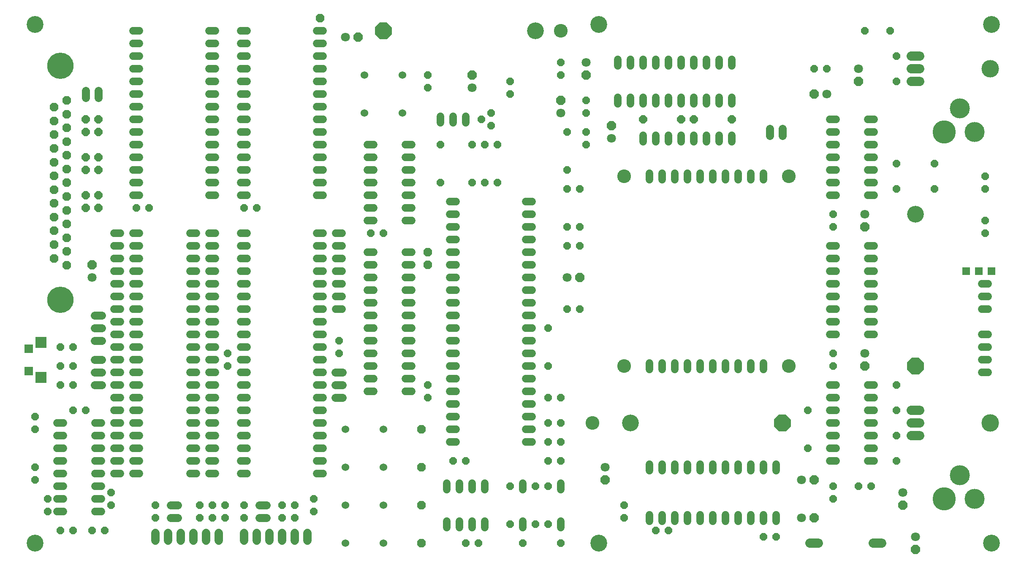
<source format=gts>
G04 EAGLE Gerber RS-274X export*
G75*
%MOMM*%
%FSLAX34Y34*%
%LPD*%
%INSoldermask Top*%
%IPPOS*%
%AMOC8*
5,1,8,0,0,1.08239X$1,22.5*%
G01*
%ADD10C,3.378200*%
%ADD11C,1.879600*%
%ADD12C,3.505200*%
%ADD13P,1.951982X8X292.500000*%
%ADD14C,1.803400*%
%ADD15P,1.649562X8X292.500000*%
%ADD16P,1.649562X8X202.500000*%
%ADD17C,1.524000*%
%ADD18P,1.649562X8X112.500000*%
%ADD19P,1.649562X8X22.500000*%
%ADD20C,2.743200*%
%ADD21C,1.625600*%
%ADD22P,1.759533X8X22.500000*%
%ADD23P,1.759533X8X202.500000*%
%ADD24C,3.352800*%
%ADD25P,3.629037X8X22.500000*%
%ADD26P,3.629037X8X292.500000*%
%ADD27P,1.951982X8X202.500000*%
%ADD28P,1.951982X8X22.500000*%
%ADD29P,1.951982X8X112.500000*%
%ADD30C,1.524000*%
%ADD31C,1.727200*%
%ADD32R,1.727200X1.727200*%
%ADD33R,2.298700X2.298700*%
%ADD34C,4.648200*%
%ADD35C,4.013200*%
%ADD36P,1.869504X8X112.500000*%
%ADD37C,5.283200*%
%ADD38P,3.629037X8X202.500000*%
%ADD39P,1.869504X8X22.500000*%
%ADD40R,1.511200X1.511200*%


D10*
X38100Y1079500D03*
X38100Y38100D03*
X1955800Y1079500D03*
X1955800Y38100D03*
X1168400Y1079500D03*
X1168400Y38100D03*
D11*
X1795018Y1016000D02*
X1811782Y1016000D01*
X1811782Y990600D02*
X1795018Y990600D01*
X1795018Y965200D02*
X1811782Y965200D01*
D12*
X1953260Y990600D03*
D13*
X1689100Y965200D03*
D14*
X1689100Y990600D03*
D15*
X1765300Y1016000D03*
X1765300Y965200D03*
D16*
X1752600Y1066800D03*
X1701800Y1066800D03*
D17*
X1035304Y241300D02*
X1022096Y241300D01*
X1022096Y266700D02*
X1035304Y266700D01*
X1035304Y393700D02*
X1022096Y393700D01*
X1022096Y419100D02*
X1035304Y419100D01*
X1035304Y292100D02*
X1022096Y292100D01*
X1022096Y317500D02*
X1035304Y317500D01*
X1035304Y368300D02*
X1022096Y368300D01*
X1022096Y342900D02*
X1035304Y342900D01*
X1035304Y444500D02*
X1022096Y444500D01*
X1022096Y469900D02*
X1035304Y469900D01*
X1035304Y495300D02*
X1022096Y495300D01*
X1022096Y520700D02*
X1035304Y520700D01*
X1035304Y546100D02*
X1022096Y546100D01*
X1022096Y571500D02*
X1035304Y571500D01*
X1035304Y596900D02*
X1022096Y596900D01*
X1022096Y622300D02*
X1035304Y622300D01*
X1035304Y647700D02*
X1022096Y647700D01*
X1022096Y673100D02*
X1035304Y673100D01*
X1035304Y698500D02*
X1022096Y698500D01*
X1022096Y723900D02*
X1035304Y723900D01*
X882904Y723900D02*
X869696Y723900D01*
X869696Y698500D02*
X882904Y698500D01*
X882904Y673100D02*
X869696Y673100D01*
X869696Y647700D02*
X882904Y647700D01*
X882904Y622300D02*
X869696Y622300D01*
X869696Y596900D02*
X882904Y596900D01*
X882904Y571500D02*
X869696Y571500D01*
X869696Y546100D02*
X882904Y546100D01*
X882904Y520700D02*
X869696Y520700D01*
X869696Y495300D02*
X882904Y495300D01*
X882904Y469900D02*
X869696Y469900D01*
X869696Y444500D02*
X882904Y444500D01*
X882904Y419100D02*
X869696Y419100D01*
X869696Y393700D02*
X882904Y393700D01*
X882904Y368300D02*
X869696Y368300D01*
X869696Y342900D02*
X882904Y342900D01*
X882904Y317500D02*
X869696Y317500D01*
X869696Y292100D02*
X882904Y292100D01*
X882904Y266700D02*
X869696Y266700D01*
X869696Y241300D02*
X882904Y241300D01*
X1270000Y95504D02*
X1270000Y82296D01*
X1295400Y82296D02*
X1295400Y95504D01*
X1320800Y95504D02*
X1320800Y82296D01*
X1346200Y82296D02*
X1346200Y95504D01*
X1371600Y95504D02*
X1371600Y82296D01*
X1397000Y82296D02*
X1397000Y95504D01*
X1422400Y95504D02*
X1422400Y82296D01*
X1447800Y82296D02*
X1447800Y95504D01*
X1473200Y95504D02*
X1473200Y82296D01*
X1498600Y82296D02*
X1498600Y95504D01*
X1524000Y95504D02*
X1524000Y82296D01*
X1524000Y183896D02*
X1524000Y197104D01*
X1498600Y197104D02*
X1498600Y183896D01*
X1473200Y183896D02*
X1473200Y197104D01*
X1447800Y197104D02*
X1447800Y183896D01*
X1422400Y183896D02*
X1422400Y197104D01*
X1397000Y197104D02*
X1397000Y183896D01*
X1371600Y183896D02*
X1371600Y197104D01*
X1346200Y197104D02*
X1346200Y183896D01*
X1320800Y183896D02*
X1320800Y197104D01*
X1295400Y197104D02*
X1295400Y183896D01*
X1270000Y183896D02*
X1270000Y197104D01*
X1206500Y920496D02*
X1206500Y933704D01*
X1231900Y933704D02*
X1231900Y920496D01*
X1358900Y920496D02*
X1358900Y933704D01*
X1384300Y933704D02*
X1384300Y920496D01*
X1257300Y920496D02*
X1257300Y933704D01*
X1282700Y933704D02*
X1282700Y920496D01*
X1333500Y920496D02*
X1333500Y933704D01*
X1308100Y933704D02*
X1308100Y920496D01*
X1409700Y920496D02*
X1409700Y933704D01*
X1435100Y933704D02*
X1435100Y920496D01*
X1435100Y996696D02*
X1435100Y1009904D01*
X1409700Y1009904D02*
X1409700Y996696D01*
X1384300Y996696D02*
X1384300Y1009904D01*
X1358900Y1009904D02*
X1358900Y996696D01*
X1333500Y996696D02*
X1333500Y1009904D01*
X1308100Y1009904D02*
X1308100Y996696D01*
X1282700Y996696D02*
X1282700Y1009904D01*
X1257300Y1009904D02*
X1257300Y996696D01*
X1231900Y996696D02*
X1231900Y1009904D01*
X1206500Y1009904D02*
X1206500Y996696D01*
D18*
X850900Y762000D03*
X850900Y838200D03*
D15*
X914400Y838200D03*
X914400Y762000D03*
D19*
X1498600Y50800D03*
X1524000Y50800D03*
D18*
X1143000Y901700D03*
X1143000Y927100D03*
X1104900Y787400D03*
X1104900Y863600D03*
D17*
X1270000Y400304D02*
X1270000Y387096D01*
X1295400Y387096D02*
X1295400Y400304D01*
X1422400Y400304D02*
X1422400Y387096D01*
X1447800Y387096D02*
X1447800Y400304D01*
X1320800Y400304D02*
X1320800Y387096D01*
X1346200Y387096D02*
X1346200Y400304D01*
X1397000Y400304D02*
X1397000Y387096D01*
X1371600Y387096D02*
X1371600Y400304D01*
X1473200Y400304D02*
X1473200Y387096D01*
X1498600Y387096D02*
X1498600Y400304D01*
X1498600Y768096D02*
X1498600Y781304D01*
X1473200Y781304D02*
X1473200Y768096D01*
X1447800Y768096D02*
X1447800Y781304D01*
X1422400Y781304D02*
X1422400Y768096D01*
X1397000Y768096D02*
X1397000Y781304D01*
X1371600Y781304D02*
X1371600Y768096D01*
X1346200Y768096D02*
X1346200Y781304D01*
X1320800Y781304D02*
X1320800Y768096D01*
X1295400Y768096D02*
X1295400Y781304D01*
X1270000Y781304D02*
X1270000Y768096D01*
D20*
X1219200Y774700D03*
X1549400Y774700D03*
X1219200Y393700D03*
X1549400Y393700D03*
D21*
X1511300Y856488D02*
X1511300Y870712D01*
X1536700Y870712D02*
X1536700Y856488D01*
D15*
X1587500Y304800D03*
X1587500Y228600D03*
D22*
X1257300Y889000D03*
X1333500Y889000D03*
D23*
X1435100Y889000D03*
X1358900Y889000D03*
D18*
X1143000Y838200D03*
X1143000Y863600D03*
D15*
X1104900Y749300D03*
X1104900Y673100D03*
X1130300Y749300D03*
X1130300Y673100D03*
D17*
X1257300Y844296D02*
X1257300Y857504D01*
X1282700Y857504D02*
X1282700Y844296D01*
X1308100Y844296D02*
X1308100Y857504D01*
X1333500Y857504D02*
X1333500Y844296D01*
X1358900Y844296D02*
X1358900Y857504D01*
X1384300Y857504D02*
X1384300Y844296D01*
X1409700Y844296D02*
X1409700Y857504D01*
X1435100Y857504D02*
X1435100Y844296D01*
X1707896Y457200D02*
X1721104Y457200D01*
X1721104Y482600D02*
X1707896Y482600D01*
X1707896Y609600D02*
X1721104Y609600D01*
X1721104Y635000D02*
X1707896Y635000D01*
X1707896Y508000D02*
X1721104Y508000D01*
X1721104Y533400D02*
X1707896Y533400D01*
X1707896Y584200D02*
X1721104Y584200D01*
X1721104Y558800D02*
X1707896Y558800D01*
X1644904Y635000D02*
X1631696Y635000D01*
X1631696Y609600D02*
X1644904Y609600D01*
X1644904Y584200D02*
X1631696Y584200D01*
X1631696Y558800D02*
X1644904Y558800D01*
X1644904Y533400D02*
X1631696Y533400D01*
X1631696Y508000D02*
X1644904Y508000D01*
X1644904Y482600D02*
X1631696Y482600D01*
X1631696Y457200D02*
X1644904Y457200D01*
X1707896Y203200D02*
X1721104Y203200D01*
X1721104Y228600D02*
X1707896Y228600D01*
X1707896Y355600D02*
X1721104Y355600D01*
X1644904Y355600D02*
X1631696Y355600D01*
X1707896Y254000D02*
X1721104Y254000D01*
X1721104Y279400D02*
X1707896Y279400D01*
X1707896Y330200D02*
X1721104Y330200D01*
X1721104Y304800D02*
X1707896Y304800D01*
X1644904Y330200D02*
X1631696Y330200D01*
X1631696Y304800D02*
X1644904Y304800D01*
X1644904Y279400D02*
X1631696Y279400D01*
X1631696Y254000D02*
X1644904Y254000D01*
X1644904Y228600D02*
X1631696Y228600D01*
X1631696Y203200D02*
X1644904Y203200D01*
X1707896Y736600D02*
X1721104Y736600D01*
X1721104Y762000D02*
X1707896Y762000D01*
X1707896Y889000D02*
X1721104Y889000D01*
X1644904Y889000D02*
X1631696Y889000D01*
X1707896Y787400D02*
X1721104Y787400D01*
X1721104Y812800D02*
X1707896Y812800D01*
X1707896Y863600D02*
X1721104Y863600D01*
X1721104Y838200D02*
X1707896Y838200D01*
X1644904Y863600D02*
X1631696Y863600D01*
X1631696Y838200D02*
X1644904Y838200D01*
X1644904Y812800D02*
X1631696Y812800D01*
X1631696Y787400D02*
X1644904Y787400D01*
X1644904Y762000D02*
X1631696Y762000D01*
X1631696Y736600D02*
X1644904Y736600D01*
D18*
X965200Y762000D03*
X965200Y838200D03*
D17*
X863600Y82804D02*
X863600Y69596D01*
X889000Y69596D02*
X889000Y82804D01*
X914400Y82804D02*
X914400Y69596D01*
X939800Y69596D02*
X939800Y82804D01*
X939800Y145796D02*
X939800Y159004D01*
X914400Y159004D02*
X914400Y145796D01*
X889000Y145796D02*
X889000Y159004D01*
X863600Y159004D02*
X863600Y145796D01*
D15*
X1041400Y152400D03*
X1041400Y76200D03*
D18*
X990600Y76200D03*
X990600Y152400D03*
D15*
X939800Y838200D03*
X939800Y762000D03*
D17*
X1016000Y159004D02*
X1016000Y145796D01*
X1016000Y82804D02*
X1016000Y69596D01*
D18*
X1066800Y76200D03*
X1066800Y152400D03*
D17*
X1092200Y82804D02*
X1092200Y69596D01*
X1092200Y145796D02*
X1092200Y159004D01*
D19*
X1016000Y38100D03*
X1092200Y38100D03*
X1066800Y203200D03*
X1092200Y203200D03*
X1066800Y241300D03*
X1092200Y241300D03*
D18*
X1066800Y393700D03*
X1066800Y469900D03*
D17*
X901700Y882396D02*
X901700Y895604D01*
X850900Y895604D02*
X850900Y882396D01*
X876300Y882396D02*
X876300Y895604D01*
D18*
X952500Y901700D03*
X933450Y889000D03*
X952500Y876300D03*
D19*
X1066800Y330200D03*
X1092200Y330200D03*
X1066800Y279400D03*
X1092200Y279400D03*
D24*
X1231900Y279400D03*
D25*
X1536700Y279400D03*
D24*
X1803400Y698500D03*
D26*
X1803400Y393700D03*
D15*
X1638300Y698500D03*
X1638300Y673100D03*
X1638300Y419100D03*
X1638300Y393700D03*
D13*
X1701800Y673100D03*
D14*
X1701800Y698500D03*
D13*
X1701800Y393700D03*
D14*
X1701800Y419100D03*
D27*
X1600200Y939800D03*
D14*
X1625600Y939800D03*
D28*
X1600200Y165100D03*
D14*
X1574800Y165100D03*
D28*
X1600200Y88900D03*
D14*
X1574800Y88900D03*
D19*
X901700Y38100D03*
X927100Y38100D03*
D13*
X1181100Y165100D03*
D14*
X1181100Y190500D03*
D19*
X1282700Y63500D03*
X1308100Y63500D03*
D15*
X1219200Y114300D03*
X1219200Y88900D03*
D28*
X1130300Y571500D03*
D14*
X1104900Y571500D03*
D19*
X1104900Y508000D03*
X1130300Y508000D03*
X1104900Y635000D03*
X1130300Y635000D03*
D29*
X1092200Y927100D03*
D14*
X1092200Y901700D03*
D13*
X1143000Y977900D03*
D14*
X1143000Y1003300D03*
D15*
X1092200Y1003300D03*
X1092200Y977900D03*
X990600Y965200D03*
X990600Y939800D03*
D29*
X914400Y977900D03*
D14*
X914400Y952500D03*
D29*
X1193800Y876300D03*
D14*
X1193800Y850900D03*
D15*
X1638300Y152400D03*
X1638300Y127000D03*
D19*
X1689100Y152400D03*
X1714500Y152400D03*
D16*
X1625600Y990600D03*
X1600200Y990600D03*
D18*
X1943100Y660400D03*
X1943100Y685800D03*
X1943100Y749300D03*
X1943100Y774700D03*
D19*
X1765300Y749300D03*
X1841500Y749300D03*
X1765300Y800100D03*
X1841500Y800100D03*
D11*
X1811782Y304800D02*
X1795018Y304800D01*
X1795018Y279400D02*
X1811782Y279400D01*
X1811782Y254000D02*
X1795018Y254000D01*
D12*
X1953260Y279400D03*
D13*
X1803400Y25400D03*
D14*
X1803400Y50800D03*
D18*
X1765300Y304800D03*
X1765300Y355600D03*
D15*
X1765300Y254000D03*
X1765300Y203200D03*
D17*
X794004Y685800D02*
X780796Y685800D01*
X780796Y711200D02*
X794004Y711200D01*
X794004Y838200D02*
X780796Y838200D01*
X717804Y838200D02*
X704596Y838200D01*
X780796Y736600D02*
X794004Y736600D01*
X794004Y762000D02*
X780796Y762000D01*
X780796Y812800D02*
X794004Y812800D01*
X794004Y787400D02*
X780796Y787400D01*
X717804Y812800D02*
X704596Y812800D01*
X704596Y787400D02*
X717804Y787400D01*
X717804Y762000D02*
X704596Y762000D01*
X704596Y736600D02*
X717804Y736600D01*
X717804Y711200D02*
X704596Y711200D01*
X704596Y685800D02*
X717804Y685800D01*
D30*
X698500Y977900D03*
X698500Y901700D03*
X774700Y901700D03*
X774700Y977900D03*
D18*
X825500Y952500D03*
X825500Y977900D03*
D19*
X711200Y660400D03*
X736600Y660400D03*
D17*
X1936496Y558800D02*
X1949704Y558800D01*
X1949704Y533400D02*
X1936496Y533400D01*
X1936496Y457200D02*
X1949704Y457200D01*
X1949704Y431800D02*
X1936496Y431800D01*
X1936496Y406400D02*
X1949704Y406400D01*
X1949704Y508000D02*
X1936496Y508000D01*
X1936496Y381000D02*
X1949704Y381000D01*
X616204Y736600D02*
X602996Y736600D01*
X602996Y762000D02*
X616204Y762000D01*
X616204Y787400D02*
X602996Y787400D01*
X602996Y812800D02*
X616204Y812800D01*
X616204Y838200D02*
X602996Y838200D01*
X602996Y863600D02*
X616204Y863600D01*
X616204Y889000D02*
X602996Y889000D01*
X602996Y914400D02*
X616204Y914400D01*
X616204Y939800D02*
X602996Y939800D01*
X602996Y965200D02*
X616204Y965200D01*
X616204Y990600D02*
X602996Y990600D01*
X602996Y1016000D02*
X616204Y1016000D01*
X616204Y1041400D02*
X602996Y1041400D01*
X602996Y1066800D02*
X616204Y1066800D01*
X463804Y1066800D02*
X450596Y1066800D01*
X450596Y1041400D02*
X463804Y1041400D01*
X463804Y1016000D02*
X450596Y1016000D01*
X450596Y990600D02*
X463804Y990600D01*
X463804Y965200D02*
X450596Y965200D01*
X450596Y939800D02*
X463804Y939800D01*
X463804Y914400D02*
X450596Y914400D01*
X450596Y889000D02*
X463804Y889000D01*
X463804Y863600D02*
X450596Y863600D01*
X450596Y838200D02*
X463804Y838200D01*
X463804Y812800D02*
X450596Y812800D01*
X450596Y787400D02*
X463804Y787400D01*
X463804Y762000D02*
X450596Y762000D01*
X450596Y736600D02*
X463804Y736600D01*
X400304Y736600D02*
X387096Y736600D01*
X387096Y762000D02*
X400304Y762000D01*
X400304Y889000D02*
X387096Y889000D01*
X387096Y914400D02*
X400304Y914400D01*
X400304Y787400D02*
X387096Y787400D01*
X387096Y812800D02*
X400304Y812800D01*
X400304Y863600D02*
X387096Y863600D01*
X387096Y838200D02*
X400304Y838200D01*
X400304Y939800D02*
X387096Y939800D01*
X387096Y965200D02*
X400304Y965200D01*
X400304Y990600D02*
X387096Y990600D01*
X387096Y1016000D02*
X400304Y1016000D01*
X400304Y1041400D02*
X387096Y1041400D01*
X387096Y1066800D02*
X400304Y1066800D01*
X247904Y1066800D02*
X234696Y1066800D01*
X234696Y1041400D02*
X247904Y1041400D01*
X247904Y1016000D02*
X234696Y1016000D01*
X234696Y990600D02*
X247904Y990600D01*
X247904Y965200D02*
X234696Y965200D01*
X234696Y939800D02*
X247904Y939800D01*
X247904Y914400D02*
X234696Y914400D01*
X234696Y889000D02*
X247904Y889000D01*
X247904Y863600D02*
X234696Y863600D01*
X234696Y838200D02*
X247904Y838200D01*
X247904Y812800D02*
X234696Y812800D01*
X234696Y787400D02*
X247904Y787400D01*
X247904Y762000D02*
X234696Y762000D01*
X234696Y736600D02*
X247904Y736600D01*
X602996Y177800D02*
X616204Y177800D01*
X616204Y203200D02*
X602996Y203200D01*
X602996Y330200D02*
X616204Y330200D01*
X616204Y355600D02*
X602996Y355600D01*
X602996Y228600D02*
X616204Y228600D01*
X616204Y254000D02*
X602996Y254000D01*
X602996Y304800D02*
X616204Y304800D01*
X616204Y279400D02*
X602996Y279400D01*
X602996Y381000D02*
X616204Y381000D01*
X616204Y406400D02*
X602996Y406400D01*
X602996Y431800D02*
X616204Y431800D01*
X616204Y457200D02*
X602996Y457200D01*
X602996Y482600D02*
X616204Y482600D01*
X616204Y508000D02*
X602996Y508000D01*
X602996Y533400D02*
X616204Y533400D01*
X616204Y558800D02*
X602996Y558800D01*
X602996Y584200D02*
X616204Y584200D01*
X616204Y609600D02*
X602996Y609600D01*
X602996Y635000D02*
X616204Y635000D01*
X616204Y660400D02*
X602996Y660400D01*
X463804Y660400D02*
X450596Y660400D01*
X450596Y635000D02*
X463804Y635000D01*
X463804Y609600D02*
X450596Y609600D01*
X450596Y584200D02*
X463804Y584200D01*
X463804Y558800D02*
X450596Y558800D01*
X450596Y533400D02*
X463804Y533400D01*
X463804Y508000D02*
X450596Y508000D01*
X450596Y482600D02*
X463804Y482600D01*
X463804Y457200D02*
X450596Y457200D01*
X450596Y431800D02*
X463804Y431800D01*
X463804Y406400D02*
X450596Y406400D01*
X450596Y381000D02*
X463804Y381000D01*
X463804Y355600D02*
X450596Y355600D01*
X450596Y330200D02*
X463804Y330200D01*
X463804Y304800D02*
X450596Y304800D01*
X450596Y279400D02*
X463804Y279400D01*
X463804Y254000D02*
X450596Y254000D01*
X450596Y228600D02*
X463804Y228600D01*
X463804Y203200D02*
X450596Y203200D01*
X450596Y177800D02*
X463804Y177800D01*
D31*
X279400Y58420D02*
X279400Y43180D01*
X304800Y43180D02*
X304800Y58420D01*
X330200Y58420D02*
X330200Y43180D01*
X355600Y43180D02*
X355600Y58420D01*
X381000Y58420D02*
X381000Y43180D01*
X406400Y43180D02*
X406400Y58420D01*
D15*
X279400Y114300D03*
X279400Y88900D03*
X368300Y114300D03*
X368300Y88900D03*
X393700Y114300D03*
X393700Y88900D03*
D21*
X324612Y88900D02*
X310388Y88900D01*
X310388Y114300D02*
X324612Y114300D01*
D31*
X457200Y58420D02*
X457200Y43180D01*
X482600Y43180D02*
X482600Y58420D01*
X508000Y58420D02*
X508000Y43180D01*
X533400Y43180D02*
X533400Y58420D01*
X558800Y58420D02*
X558800Y43180D01*
X584200Y43180D02*
X584200Y58420D01*
D15*
X457200Y114300D03*
X457200Y88900D03*
X533400Y114300D03*
X533400Y88900D03*
X558800Y114300D03*
X558800Y88900D03*
D21*
X502412Y88900D02*
X488188Y88900D01*
X488188Y114300D02*
X502412Y114300D01*
D17*
X362204Y177800D02*
X348996Y177800D01*
X348996Y203200D02*
X362204Y203200D01*
X362204Y330200D02*
X348996Y330200D01*
X348996Y355600D02*
X362204Y355600D01*
X362204Y228600D02*
X348996Y228600D01*
X348996Y254000D02*
X362204Y254000D01*
X362204Y304800D02*
X348996Y304800D01*
X348996Y279400D02*
X362204Y279400D01*
X362204Y381000D02*
X348996Y381000D01*
X348996Y406400D02*
X362204Y406400D01*
X362204Y431800D02*
X348996Y431800D01*
X348996Y457200D02*
X362204Y457200D01*
X362204Y482600D02*
X348996Y482600D01*
X348996Y508000D02*
X362204Y508000D01*
X362204Y533400D02*
X348996Y533400D01*
X348996Y558800D02*
X362204Y558800D01*
X362204Y584200D02*
X348996Y584200D01*
X348996Y609600D02*
X362204Y609600D01*
X362204Y635000D02*
X348996Y635000D01*
X348996Y660400D02*
X362204Y660400D01*
X209804Y660400D02*
X196596Y660400D01*
X196596Y635000D02*
X209804Y635000D01*
X209804Y609600D02*
X196596Y609600D01*
X196596Y584200D02*
X209804Y584200D01*
X209804Y558800D02*
X196596Y558800D01*
X196596Y533400D02*
X209804Y533400D01*
X209804Y508000D02*
X196596Y508000D01*
X196596Y482600D02*
X209804Y482600D01*
X209804Y457200D02*
X196596Y457200D01*
X196596Y431800D02*
X209804Y431800D01*
X209804Y406400D02*
X196596Y406400D01*
X196596Y381000D02*
X209804Y381000D01*
X209804Y355600D02*
X196596Y355600D01*
X196596Y330200D02*
X209804Y330200D01*
X209804Y304800D02*
X196596Y304800D01*
X196596Y279400D02*
X209804Y279400D01*
X209804Y254000D02*
X196596Y254000D01*
X196596Y228600D02*
X209804Y228600D01*
X209804Y203200D02*
X196596Y203200D01*
X196596Y177800D02*
X209804Y177800D01*
D30*
X660400Y38100D03*
X736600Y38100D03*
X736600Y114300D03*
X660400Y114300D03*
D32*
X25654Y428879D03*
X25654Y383921D03*
D33*
X50546Y441452D03*
X50546Y371348D03*
D19*
X88900Y431800D03*
X114300Y431800D03*
D34*
X1861300Y127000D03*
D35*
X1922300Y127000D03*
X1892300Y175000D03*
D20*
X1092200Y1066800D03*
D36*
X101600Y596392D03*
X101600Y624078D03*
X101600Y651510D03*
X101600Y679196D03*
X101600Y706882D03*
X101600Y734314D03*
X101600Y762000D03*
X101600Y789686D03*
X101600Y817118D03*
X101600Y844804D03*
X101600Y872490D03*
X101600Y899922D03*
X101600Y927608D03*
X76200Y610108D03*
X76200Y637794D03*
X76200Y665480D03*
X76200Y692912D03*
X76200Y720598D03*
X76200Y748284D03*
X76200Y775716D03*
X76200Y803402D03*
X76200Y831088D03*
X76200Y858520D03*
X76200Y886206D03*
X76200Y913892D03*
D37*
X88900Y526796D03*
X88900Y997204D03*
D17*
X158496Y101600D02*
X171704Y101600D01*
X171704Y127000D02*
X158496Y127000D01*
X158496Y254000D02*
X171704Y254000D01*
X171704Y279400D02*
X158496Y279400D01*
X158496Y152400D02*
X171704Y152400D01*
X171704Y177800D02*
X158496Y177800D01*
X158496Y228600D02*
X171704Y228600D01*
X171704Y203200D02*
X158496Y203200D01*
X95504Y279400D02*
X82296Y279400D01*
X82296Y254000D02*
X95504Y254000D01*
X95504Y228600D02*
X82296Y228600D01*
X82296Y203200D02*
X95504Y203200D01*
X95504Y177800D02*
X82296Y177800D01*
X82296Y152400D02*
X95504Y152400D01*
X95504Y127000D02*
X82296Y127000D01*
X82296Y101600D02*
X95504Y101600D01*
D16*
X177800Y63500D03*
X152400Y63500D03*
X114300Y63500D03*
X88900Y63500D03*
D15*
X190500Y139700D03*
X190500Y114300D03*
D19*
X114300Y304800D03*
X139700Y304800D03*
D18*
X63500Y101600D03*
X63500Y127000D03*
D22*
X139700Y711200D03*
X165100Y711200D03*
X139700Y736600D03*
X165100Y736600D03*
X139700Y787400D03*
X165100Y787400D03*
X139700Y812800D03*
X165100Y812800D03*
D21*
X157988Y406400D02*
X172212Y406400D01*
X172212Y381000D02*
X157988Y381000D01*
X157988Y355600D02*
X172212Y355600D01*
D22*
X139700Y863600D03*
X165100Y863600D03*
X139700Y889000D03*
X165100Y889000D03*
D21*
X139700Y932688D02*
X139700Y946912D01*
X165100Y946912D02*
X165100Y932688D01*
X157988Y495300D02*
X172212Y495300D01*
X172212Y469900D02*
X157988Y469900D01*
X157988Y444500D02*
X172212Y444500D01*
D15*
X419100Y114300D03*
X419100Y88900D03*
D18*
X825500Y330200D03*
X825500Y355600D03*
D15*
X596900Y127000D03*
X596900Y101600D03*
D19*
X876300Y203200D03*
X901700Y203200D03*
D18*
X424815Y393700D03*
X424815Y419100D03*
X647700Y419100D03*
X647700Y444500D03*
D19*
X241300Y711200D03*
X266700Y711200D03*
X457200Y711200D03*
X482600Y711200D03*
D28*
X685800Y1054100D03*
D14*
X660400Y1054100D03*
D29*
X152400Y596900D03*
D14*
X152400Y571500D03*
D13*
X1778000Y114300D03*
D14*
X1778000Y139700D03*
D20*
X1155700Y279400D03*
D24*
X1041400Y1066800D03*
D38*
X736600Y1066800D03*
D36*
X812800Y114300D03*
X812800Y38100D03*
D17*
X794004Y342900D02*
X780796Y342900D01*
X780796Y368300D02*
X794004Y368300D01*
X794004Y393700D02*
X780796Y393700D01*
X780796Y419100D02*
X794004Y419100D01*
X794004Y444500D02*
X780796Y444500D01*
X780796Y469900D02*
X794004Y469900D01*
X794004Y495300D02*
X780796Y495300D01*
X780796Y520700D02*
X794004Y520700D01*
X794004Y546100D02*
X780796Y546100D01*
X780796Y571500D02*
X794004Y571500D01*
X794004Y596900D02*
X780796Y596900D01*
X780796Y622300D02*
X794004Y622300D01*
X717804Y622300D02*
X704596Y622300D01*
X704596Y596900D02*
X717804Y596900D01*
X717804Y571500D02*
X704596Y571500D01*
X704596Y546100D02*
X717804Y546100D01*
X717804Y520700D02*
X704596Y520700D01*
X704596Y495300D02*
X717804Y495300D01*
X717804Y469900D02*
X704596Y469900D01*
X704596Y444500D02*
X717804Y444500D01*
X717804Y419100D02*
X704596Y419100D01*
X704596Y393700D02*
X717804Y393700D01*
X717804Y368300D02*
X704596Y368300D01*
X704596Y342900D02*
X717804Y342900D01*
D15*
X38100Y292100D03*
X38100Y266700D03*
X38100Y190500D03*
X38100Y165100D03*
D19*
X88900Y393700D03*
X114300Y393700D03*
X88900Y355600D03*
X114300Y355600D03*
D39*
X825500Y596900D03*
X825500Y622300D03*
X609600Y1092200D03*
D40*
X1905000Y584200D03*
X1930400Y584200D03*
X1955800Y584200D03*
D34*
X1861300Y863600D03*
D35*
X1922300Y863600D03*
X1892300Y911600D03*
D11*
X1735582Y38100D02*
X1718818Y38100D01*
X1608582Y38100D02*
X1591818Y38100D01*
D17*
X400304Y177800D02*
X387096Y177800D01*
X387096Y203200D02*
X400304Y203200D01*
X400304Y330200D02*
X387096Y330200D01*
X387096Y355600D02*
X400304Y355600D01*
X400304Y228600D02*
X387096Y228600D01*
X387096Y254000D02*
X400304Y254000D01*
X400304Y304800D02*
X387096Y304800D01*
X387096Y279400D02*
X400304Y279400D01*
X400304Y381000D02*
X387096Y381000D01*
X387096Y406400D02*
X400304Y406400D01*
X400304Y431800D02*
X387096Y431800D01*
X387096Y457200D02*
X400304Y457200D01*
X400304Y482600D02*
X387096Y482600D01*
X387096Y508000D02*
X400304Y508000D01*
X400304Y533400D02*
X387096Y533400D01*
X387096Y558800D02*
X400304Y558800D01*
X400304Y584200D02*
X387096Y584200D01*
X387096Y609600D02*
X400304Y609600D01*
X400304Y635000D02*
X387096Y635000D01*
X387096Y660400D02*
X400304Y660400D01*
X247904Y660400D02*
X234696Y660400D01*
X234696Y635000D02*
X247904Y635000D01*
X247904Y609600D02*
X234696Y609600D01*
X234696Y584200D02*
X247904Y584200D01*
X247904Y558800D02*
X234696Y558800D01*
X234696Y533400D02*
X247904Y533400D01*
X247904Y508000D02*
X234696Y508000D01*
X234696Y482600D02*
X247904Y482600D01*
X247904Y457200D02*
X234696Y457200D01*
X234696Y431800D02*
X247904Y431800D01*
X247904Y406400D02*
X234696Y406400D01*
X234696Y381000D02*
X247904Y381000D01*
X247904Y355600D02*
X234696Y355600D01*
X234696Y330200D02*
X247904Y330200D01*
X247904Y304800D02*
X234696Y304800D01*
X234696Y279400D02*
X247904Y279400D01*
X247904Y254000D02*
X234696Y254000D01*
X234696Y228600D02*
X247904Y228600D01*
X247904Y203200D02*
X234696Y203200D01*
X234696Y177800D02*
X247904Y177800D01*
D30*
X660400Y190500D03*
X736600Y190500D03*
X736600Y266700D03*
X660400Y266700D03*
D39*
X812800Y266700D03*
X812800Y190500D03*
D21*
X654812Y330200D02*
X640588Y330200D01*
X640588Y355600D02*
X654812Y355600D01*
X654812Y381000D02*
X640588Y381000D01*
D17*
X641096Y508000D02*
X654304Y508000D01*
X654304Y533400D02*
X641096Y533400D01*
X641096Y558800D02*
X654304Y558800D01*
X654304Y584200D02*
X641096Y584200D01*
X641096Y609600D02*
X654304Y609600D01*
X654304Y635000D02*
X641096Y635000D01*
X641096Y660400D02*
X654304Y660400D01*
M02*

</source>
